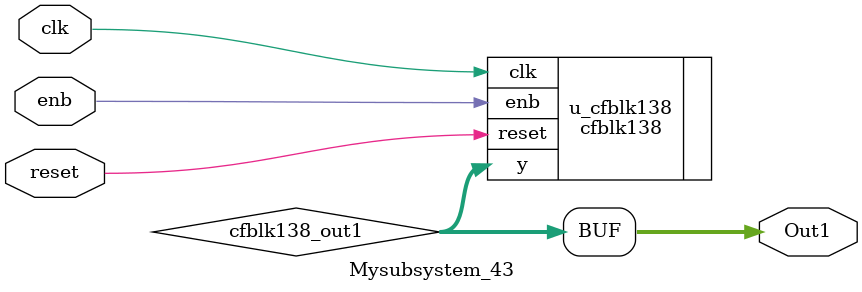
<source format=v>



`timescale 1 ns / 1 ns

module Mysubsystem_43
          (clk,
           reset,
           enb,
           Out1);


  input   clk;
  input   reset;
  input   enb;
  output  [7:0] Out1;  // uint8


  wire [7:0] cfblk138_out1;  // uint8


  cfblk138 u_cfblk138 (.clk(clk),
                       .reset(reset),
                       .enb(enb),
                       .y(cfblk138_out1)  // uint8
                       );

  assign Out1 = cfblk138_out1;

endmodule  // Mysubsystem_43


</source>
